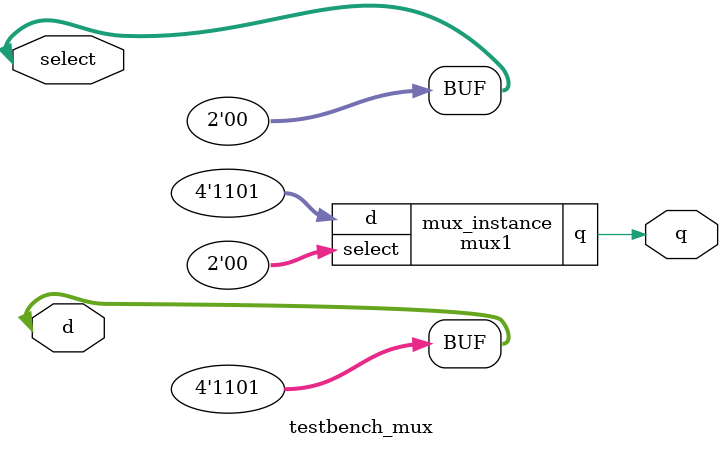
<source format=v>
module mux1( select, d, q );

input[1:0] select;
input[3:0] d;
output     q;

wire q;
wire[1:0] select;
wire[3:0] d;
assign q = d[select];

endmodule

module testbench_mux(select,d,q);
input[1:0] select;
input[3:0] d;
output q;
wire q;
wire[1:0] select;
wire[3:0] d;
assign select = 2'b00;
assign d = 4'b1101;
mux1 mux_instance(select,d,q);

endmodule

</source>
